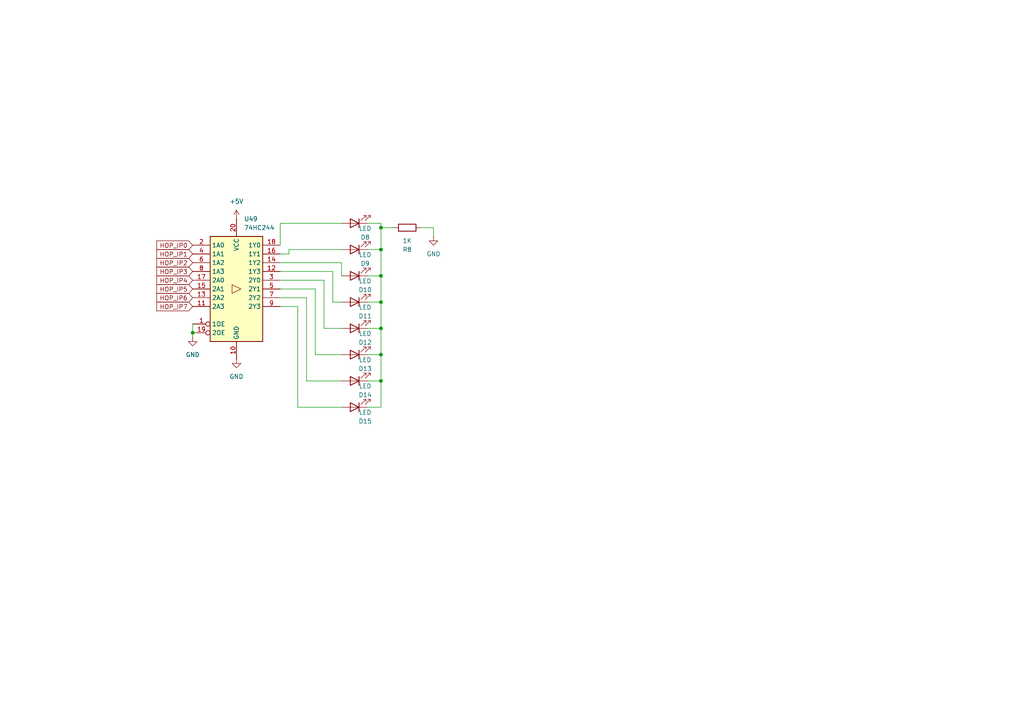
<source format=kicad_sch>
(kicad_sch (version 20250114) (generator "eeschema") (generator_version "9.0")
  (paper "A4")
  (lib_symbols
    (symbol "74xx:74HC244"
      (property "Reference" "U" (at -7.62 16.51 0))
      (property "Value" "74HC244" (at -7.62 -16.51 0))
      (symbol "74HC244_1_0"
        (polyline (pts (xy 1.27 0) (xy -1.27 1.27) (xy -1.27 -1.27) (xy 1.27 0)) (stroke (width 0.1524)))
        (pin input line (at -12.7 12.7 0) (length 5.08) (name "1A0") (number "2"))
        (pin input line (at -12.7 10.16 0) (length 5.08) (name "1A1") (number "4"))
        (pin input line (at -12.7 7.62 0) (length 5.08) (name "1A2") (number "6"))
        (pin input line (at -12.7 5.08 0) (length 5.08) (name "1A3") (number "8"))
        (pin input line (at -12.7 2.54 0) (length 5.08) (name "2A0") (number "17"))
        (pin input line (at -12.7 0 0) (length 5.08) (name "2A1") (number "15"))
        (pin input line (at -12.7 -2.54 0) (length 5.08) (name "2A2") (number "13"))
        (pin input line (at -12.7 -5.08 0) (length 5.08) (name "2A3") (number "11"))
        (pin input inverted (at -12.7 -10.16 0) (length 5.08) (name "1OE") (number "1"))
        (pin input inverted (at -12.7 -12.7 0) (length 5.08) (name "2OE") (number "19"))
        (pin power_in line (at 0 20.32 270) (length 5.08) (name "VCC") (number "20"))
        (pin power_in line (at 0 -20.32 90) (length 5.08) (name "GND") (number "10"))
        (pin tri_state line (at 12.7 12.7 180) (length 5.08) (name "1Y0") (number "18"))
        (pin tri_state line (at 12.7 10.16 180) (length 5.08) (name "1Y1") (number "16"))
        (pin tri_state line (at 12.7 7.62 180) (length 5.08) (name "1Y2") (number "14"))
        (pin tri_state line (at 12.7 5.08 180) (length 5.08) (name "1Y3") (number "12"))
        (pin tri_state line (at 12.7 2.54 180) (length 5.08) (name "2Y0") (number "3"))
        (pin tri_state line (at 12.7 0 180) (length 5.08) (name "2Y1") (number "5"))
        (pin tri_state line (at 12.7 -2.54 180) (length 5.08) (name "2Y2") (number "7"))
        (pin tri_state line (at 12.7 -5.08 180) (length 5.08) (name "2Y3") (number "9"))
      )
      (symbol "74HC244_1_1"
        (rectangle (start -7.62 15.24) (end 7.62 -15.24) (stroke (width 0.254)) (fill (type background)))
      )
    )
    (symbol "Device:LED" (pin_numbers (hide yes)) (pin_names (offset 1.016) (hide yes))
      (property "Reference" "D" (at 0 2.54 0))
      (property "Value" "LED" (at 0 -2.54 0))
      (symbol "LED_0_1"
        (polyline (pts (xy -3.048 -0.762) (xy -4.572 -2.286) (xy -3.81 -2.286) (xy -4.572 -2.286) (xy -4.572 -1.524)))
        (polyline (pts (xy -1.778 -0.762) (xy -3.302 -2.286) (xy -2.54 -2.286) (xy -3.302 -2.286) (xy -3.302 -1.524)))
        (polyline (pts (xy -1.27 0) (xy 1.27 0)))
        (polyline (pts (xy -1.27 -1.27) (xy -1.27 1.27)) (stroke (width 0.254)))
        (polyline (pts (xy 1.27 -1.27) (xy 1.27 1.27) (xy -1.27 0) (xy 1.27 -1.27)) (stroke (width 0.254)))
      )
      (symbol "LED_1_1"
        (pin passive line (at -3.81 0 0) (length 2.54) (name "K") (number "1"))
        (pin passive line (at 3.81 0 180) (length 2.54) (name "A") (number "2"))
      )
    )
    (symbol "Device:R" (pin_numbers (hide yes)) (pin_names (offset 0))
      (property "Reference" "R" (at 2.032 0 90))
      (property "Value" "R" (at 0 0 90))
      (symbol "R_0_1"
        (rectangle (start -1.016 -2.54) (end 1.016 2.54) (stroke (width 0.254)))
      )
      (symbol "R_1_1"
        (pin passive line (at 0 3.81 270) (length 1.27) (name "~") (number "1"))
        (pin passive line (at 0 -3.81 90) (length 1.27) (name "~") (number "2"))
      )
    )
    (symbol "power:+5V" (power) (pin_numbers (hide yes)) (pin_names (offset 0) (hide yes))
      (property "Value" "+5V" (at 0 3.556 0))
      (symbol "+5V_0_1"
        (polyline (pts (xy -0.762 1.27) (xy 0 2.54)))
        (polyline (pts (xy 0 2.54) (xy 0.762 1.27)))
        (polyline (pts (xy 0 0) (xy 0 2.54)))
      )
      (symbol "+5V_1_1"
        (pin power_in line (at 0 0 90) (length 0) (name "~") (number "1"))
      )
    )
    (symbol "power:GND" (power) (pin_numbers (hide yes)) (pin_names (offset 0) (hide yes))
      (property "Value" "GND" (at 0 -3.81 0))
      (symbol "GND_0_1"
        (polyline (pts (xy 0 0) (xy 0 -1.27) (xy 1.27 -1.27) (xy 0 -2.54) (xy -1.27 -1.27) (xy 0 -1.27)))
      )
      (symbol "GND_1_1"
        (pin power_in line (at 0 0 270) (length 0) (name "~") (number "1"))
      )
    )
  )
  (junction (at 110.49 102.87))
  (junction (at 110.49 95.25))
  (junction (at 55.88 96.52))
  (junction (at 110.49 80.01))
  (junction (at 110.49 87.63))
  (junction (at 110.49 72.39))
  (junction (at 110.49 66.04))
  (junction (at 110.49 110.49))
  (wire (pts (xy 81.28 73.66) (xy 83.82 73.66)))
  (wire (pts (xy 110.49 102.87) (xy 110.49 95.25)))
  (wire (pts (xy 88.9 86.36) (xy 88.9 110.49)))
  (wire (pts (xy 125.73 66.04) (xy 125.73 68.58)))
  (wire (pts (xy 110.49 102.87) (xy 110.49 110.49)))
  (wire (pts (xy 106.68 64.77) (xy 110.49 64.77)))
  (wire (pts (xy 81.28 64.77) (xy 99.06 64.77)))
  (wire (pts (xy 81.28 78.74) (xy 96.52 78.74)))
  (wire (pts (xy 83.82 73.66) (xy 83.82 72.39)))
  (wire (pts (xy 55.88 96.52) (xy 55.88 97.79)))
  (wire (pts (xy 106.68 80.01) (xy 110.49 80.01)))
  (wire (pts (xy 81.28 81.28) (xy 93.98 81.28)))
  (wire (pts (xy 106.68 87.63) (xy 110.49 87.63)))
  (wire (pts (xy 81.28 86.36) (xy 88.9 86.36)))
  (wire (pts (xy 106.68 110.49) (xy 110.49 110.49)))
  (wire (pts (xy 86.36 88.9) (xy 86.36 118.11)))
  (wire (pts (xy 81.28 88.9) (xy 86.36 88.9)))
  (wire (pts (xy 110.49 66.04) (xy 110.49 72.39)))
  (wire (pts (xy 81.28 83.82) (xy 91.44 83.82)))
  (wire (pts (xy 91.44 83.82) (xy 91.44 102.87)))
  (wire (pts (xy 93.98 81.28) (xy 93.98 95.25)))
  (wire (pts (xy 110.49 64.77) (xy 110.49 66.04)))
  (wire (pts (xy 96.52 78.74) (xy 96.52 87.63)))
  (wire (pts (xy 110.49 80.01) (xy 110.49 72.39)))
  (wire (pts (xy 86.36 118.11) (xy 99.06 118.11)))
  (wire (pts (xy 93.98 95.25) (xy 99.06 95.25)))
  (wire (pts (xy 55.88 93.98) (xy 55.88 96.52)))
  (wire (pts (xy 106.68 118.11) (xy 110.49 118.11)))
  (wire (pts (xy 81.28 76.2) (xy 99.06 76.2)))
  (wire (pts (xy 121.92 66.04) (xy 125.73 66.04)))
  (wire (pts (xy 88.9 110.49) (xy 99.06 110.49)))
  (wire (pts (xy 96.52 87.63) (xy 99.06 87.63)))
  (wire (pts (xy 91.44 102.87) (xy 99.06 102.87)))
  (wire (pts (xy 106.68 102.87) (xy 110.49 102.87)))
  (wire (pts (xy 110.49 87.63) (xy 110.49 80.01)))
  (wire (pts (xy 106.68 95.25) (xy 110.49 95.25)))
  (wire (pts (xy 83.82 72.39) (xy 99.06 72.39)))
  (wire (pts (xy 81.28 71.12) (xy 81.28 64.77)))
  (wire (pts (xy 106.68 72.39) (xy 110.49 72.39)))
  (wire (pts (xy 110.49 66.04) (xy 114.3 66.04)))
  (wire (pts (xy 110.49 118.11) (xy 110.49 110.49)))
  (wire (pts (xy 110.49 95.25) (xy 110.49 87.63)))
  (wire (pts (xy 99.06 76.2) (xy 99.06 80.01)))
  (global_label "HOP_IP4" (shape input) (at 55.88 81.28 180) (property "Intersheetrefs" "${INTERSHEET_REFS}" (effects (hide yes))))
  (global_label "HOP_IP0" (shape input) (at 55.88 71.12 180) (property "Intersheetrefs" "${INTERSHEET_REFS}" (effects (hide yes))))
  (global_label "HOP_IP5" (shape input) (at 55.88 83.82 180) (property "Intersheetrefs" "${INTERSHEET_REFS}" (effects (hide yes))))
  (global_label "HOP_IP2" (shape input) (at 55.88 76.2 180) (property "Intersheetrefs" "${INTERSHEET_REFS}" (effects (hide yes))))
  (global_label "HOP_IP3" (shape input) (at 55.88 78.74 180) (property "Intersheetrefs" "${INTERSHEET_REFS}" (effects (hide yes))))
  (global_label "HOP_IP7" (shape input) (at 55.88 88.9 180) (property "Intersheetrefs" "${INTERSHEET_REFS}" (effects (hide yes))))
  (global_label "HOP_IP6" (shape input) (at 55.88 86.36 180) (property "Intersheetrefs" "${INTERSHEET_REFS}" (effects (hide yes))))
  (global_label "HOP_IP1" (shape input) (at 55.88 73.66 180) (property "Intersheetrefs" "${INTERSHEET_REFS}" (effects (hide yes))))
  (symbol (lib_id "Device:LED") (at 102.87 110.49 180) (unit 1)
    (property "Reference" "D14" (at 105.918 114.554 0))
    (property "Value" "LED" (at 105.918 112.014 0))
    (property "Footprint" "LED_SMD:LED_1206_3216Metric_Pad1.42x1.75mm_HandSolder" (effects (hide yes)))
  )
  (symbol (lib_id "Device:LED") (at 102.87 95.25 180) (unit 1)
    (property "Reference" "D12" (at 105.918 99.314 0))
    (property "Value" "LED" (at 105.918 96.774 0))
    (property "Footprint" "LED_SMD:LED_1206_3216Metric_Pad1.42x1.75mm_HandSolder" (effects (hide yes)))
  )
  (symbol (lib_id "Device:R") (at 118.11 66.04 270) (unit 1)
    (property "Reference" "R8" (at 118.11 72.39 90))
    (property "Value" "1K" (at 118.11 69.85 90))
    (property "Footprint" "Resistor_SMD:R_1206_3216Metric_Pad1.30x1.75mm_HandSolder" (effects (hide yes)))
    (property "VerilogCode" "assign _1 = _2;" (effects (hide yes)))
  )
  (symbol (lib_id "Device:LED") (at 102.87 72.39 180) (unit 1)
    (property "Reference" "D9" (at 105.918 76.454 0))
    (property "Value" "LED" (at 105.918 73.914 0))
    (property "Footprint" "LED_SMD:LED_1206_3216Metric_Pad1.42x1.75mm_HandSolder" (effects (hide yes)))
  )
  (symbol (lib_id "Device:LED") (at 102.87 118.11 180) (unit 1)
    (property "Reference" "D15" (at 105.918 122.174 0))
    (property "Value" "LED" (at 105.918 119.634 0))
    (property "Footprint" "LED_SMD:LED_1206_3216Metric_Pad1.42x1.75mm_HandSolder" (effects (hide yes)))
  )
  (symbol (lib_id "Device:LED") (at 102.87 102.87 180) (unit 1)
    (property "Reference" "D13" (at 105.918 106.934 0))
    (property "Value" "LED" (at 105.918 104.394 0))
    (property "Footprint" "LED_SMD:LED_1206_3216Metric_Pad1.42x1.75mm_HandSolder" (effects (hide yes)))
  )
  (symbol (lib_id "power:+5V") (at 68.58 63.5 0) (unit 1)
    (property "Reference" "#PWR0169" (effects (hide yes)))
    (property "Value" "+5V" (at 68.58 58.42 0))
    (property "Description" "Power symbol creates a global label with name \"+5V\"" (effects (hide yes)))
  )
  (symbol (lib_id "power:GND") (at 68.58 104.14 0) (unit 1)
    (property "Reference" "#PWR0170" (effects (hide yes)))
    (property "Value" "GND" (at 68.58 109.22 0))
    (property "Description" "Power symbol creates a global label with name \"GND\" , ground" (effects (hide yes)))
  )
  (symbol (lib_id "Device:LED") (at 102.87 80.01 180) (unit 1)
    (property "Reference" "D10" (at 105.918 84.074 0))
    (property "Value" "LED" (at 105.918 81.534 0))
    (property "Footprint" "LED_SMD:LED_1206_3216Metric_Pad1.42x1.75mm_HandSolder" (effects (hide yes)))
  )
  (symbol (lib_id "power:GND") (at 55.88 97.79 0) (unit 1)
    (property "Reference" "#PWR0171" (effects (hide yes)))
    (property "Value" "GND" (at 55.88 102.87 0))
    (property "Description" "Power symbol creates a global label with name \"GND\" , ground" (effects (hide yes)))
  )
  (symbol (lib_id "74xx:74HC244") (at 68.58 83.82 0) (unit 1)
    (property "Reference" "U49" (at 70.7741 63.5 0) (effects (justify left)))
    (property "Value" "74HC244" (at 70.7741 66.04 0) (effects (justify left)))
    (property "Footprint" "Package_SO:SO-20_12.8x7.5mm_P1.27mm" (effects (hide yes)))
    (property "Datasheet" "https://assets.nexperia.com/documents/data-sheet/74HC_HCT244.pdf" (effects (hide yes)))
    (property "Description" "8-bit Buffer/Line Driver 3-state" (effects (hide yes)))
    (property "VerilogCode" "ttl_74hc244 U49(`_1A, `_2A, `_1Y, `_2Y, _1OE, _2OE);" (effects (hide yes)))
  )
  (symbol (lib_id "power:GND") (at 125.73 68.58 0) (unit 1)
    (property "Reference" "#PWR0172" (effects (hide yes)))
    (property "Value" "GND" (at 125.73 73.66 0))
    (property "Description" "Power symbol creates a global label with name \"GND\" , ground" (effects (hide yes)))
  )
  (symbol (lib_id "Device:LED") (at 102.87 87.63 180) (unit 1)
    (property "Reference" "D11" (at 105.918 91.694 0))
    (property "Value" "LED" (at 105.918 89.154 0))
    (property "Footprint" "LED_SMD:LED_1206_3216Metric_Pad1.42x1.75mm_HandSolder" (effects (hide yes)))
  )
  (symbol (lib_id "Device:LED") (at 102.87 64.77 180) (unit 1)
    (property "Reference" "D8" (at 105.918 68.834 0))
    (property "Value" "LED" (at 105.918 66.294 0))
    (property "Footprint" "LED_SMD:LED_1206_3216Metric_Pad1.42x1.75mm_HandSolder" (effects (hide yes)))
  )
)
</source>
